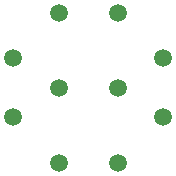
<source format=gts>
G04 Layer: TopSolderMaskLayer*
G04 EasyEDA v6.5.40, 2024-06-15 17:03:23*
G04 e63031535b224d068feaf967c7116de5,10*
G04 Gerber Generator version 0.2*
G04 Scale: 100 percent, Rotated: No, Reflected: No *
G04 Dimensions in millimeters *
G04 leading zeros omitted , absolute positions ,4 integer and 5 decimal *
%FSLAX45Y45*%
%MOMM*%

%ADD10C,1.5016*%

%LPD*%
D10*
G01*
X5909513Y6159500D03*
G01*
X6409512Y6159500D03*
G01*
X5524500Y5909487D03*
G01*
X5524500Y6409486D03*
G01*
X6794500Y5909487D03*
G01*
X6794500Y6409486D03*
G01*
X5909513Y5524500D03*
G01*
X6409512Y5524500D03*
G01*
X5909513Y6794500D03*
G01*
X6409512Y6794500D03*
M02*

</source>
